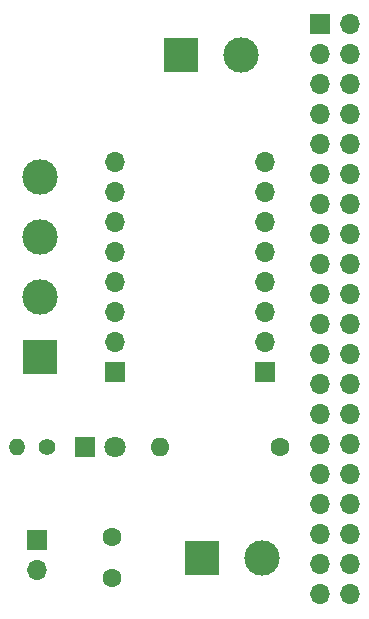
<source format=gbr>
%TF.GenerationSoftware,KiCad,Pcbnew,(5.1.7)-1*%
%TF.CreationDate,2020-10-27T16:51:06-05:00*%
%TF.ProjectId,PCB_Motor,5043425f-4d6f-4746-9f72-2e6b69636164,rev?*%
%TF.SameCoordinates,Original*%
%TF.FileFunction,Soldermask,Top*%
%TF.FilePolarity,Negative*%
%FSLAX46Y46*%
G04 Gerber Fmt 4.6, Leading zero omitted, Abs format (unit mm)*
G04 Created by KiCad (PCBNEW (5.1.7)-1) date 2020-10-27 16:51:06*
%MOMM*%
%LPD*%
G01*
G04 APERTURE LIST*
%ADD10R,1.700000X1.700000*%
%ADD11O,1.700000X1.700000*%
%ADD12R,3.000000X3.000000*%
%ADD13C,3.000000*%
%ADD14C,1.600000*%
%ADD15R,1.800000X1.800000*%
%ADD16C,1.800000*%
%ADD17O,1.600000X1.600000*%
%ADD18C,1.400000*%
%ADD19O,1.400000X1.400000*%
G04 APERTURE END LIST*
D10*
%TO.C,Pi4*%
X116489480Y-92506800D03*
D11*
X119029480Y-92506800D03*
X116489480Y-95046800D03*
X119029480Y-95046800D03*
X116489480Y-97586800D03*
X119029480Y-97586800D03*
X116489480Y-100126800D03*
X119029480Y-100126800D03*
X116489480Y-102666800D03*
X119029480Y-102666800D03*
X116489480Y-105206800D03*
X119029480Y-105206800D03*
X116489480Y-107746800D03*
X119029480Y-107746800D03*
X116489480Y-110286800D03*
X119029480Y-110286800D03*
X116489480Y-112826800D03*
X119029480Y-112826800D03*
X116489480Y-115366800D03*
X119029480Y-115366800D03*
X116489480Y-117906800D03*
X119029480Y-117906800D03*
X116489480Y-120446800D03*
X119029480Y-120446800D03*
X116489480Y-122986800D03*
X119029480Y-122986800D03*
X116489480Y-125526800D03*
X119029480Y-125526800D03*
X116489480Y-128066800D03*
X119029480Y-128066800D03*
X116489480Y-130606800D03*
X119029480Y-130606800D03*
X116489480Y-133146800D03*
X119029480Y-133146800D03*
X116489480Y-135686800D03*
X119029480Y-135686800D03*
X116489480Y-138226800D03*
X119029480Y-138226800D03*
X116489480Y-140766800D03*
X119029480Y-140766800D03*
%TD*%
D12*
%TO.C,Vin*%
X106426000Y-137668000D03*
D13*
X111506000Y-137668000D03*
%TD*%
%TO.C,MOTOR*%
X92710000Y-115570000D03*
X92710000Y-110490000D03*
D12*
X92710000Y-120650000D03*
D13*
X92710000Y-105410000D03*
%TD*%
D14*
%TO.C,C1*%
X98806000Y-135890000D03*
X98806000Y-139390000D03*
%TD*%
D15*
%TO.C,LED*%
X96520000Y-128270000D03*
D16*
X99060000Y-128270000D03*
%TD*%
D13*
%TO.C,Laser*%
X109753400Y-95123000D03*
D12*
X104673400Y-95123000D03*
%TD*%
D10*
%TO.C,J3*%
X111760000Y-121920000D03*
D11*
X111760000Y-119380000D03*
X111760000Y-116840000D03*
X111760000Y-114300000D03*
X111760000Y-111760000D03*
X111760000Y-109220000D03*
X111760000Y-106680000D03*
X111760000Y-104140000D03*
%TD*%
D10*
%TO.C,DRV8825*%
X99060000Y-121920000D03*
D11*
X99060000Y-119380000D03*
X99060000Y-116840000D03*
X99060000Y-114300000D03*
X99060000Y-111760000D03*
X99060000Y-109220000D03*
X99060000Y-106680000D03*
X99060000Y-104140000D03*
%TD*%
D10*
%TO.C,Vin2*%
X92456000Y-136144000D03*
D11*
X92456000Y-138684000D03*
%TD*%
D14*
%TO.C,R1*%
X113030000Y-128270000D03*
D17*
X102870000Y-128270000D03*
%TD*%
D18*
%TO.C,TD*%
X93345000Y-128270000D03*
D19*
X90805000Y-128270000D03*
%TD*%
M02*

</source>
